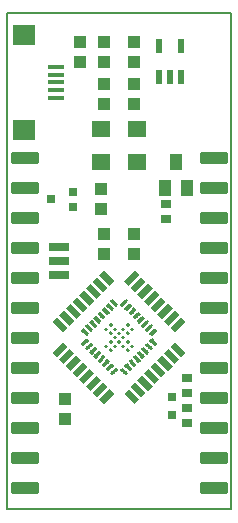
<source format=gtp>
G75*
%MOIN*%
%OFA0B0*%
%FSLAX25Y25*%
%IPPOS*%
%LPD*%
%AMOC8*
5,1,8,0,0,1.08239X$1,22.5*
%
%ADD10C,0.00800*%
%ADD11R,0.03543X0.02756*%
%ADD12R,0.06299X0.05512*%
%ADD13R,0.03937X0.04331*%
%ADD14R,0.06693X0.02756*%
%ADD15R,0.05000X0.02200*%
%ADD16R,0.02200X0.05000*%
%ADD17R,0.02756X0.02756*%
%ADD18R,0.03937X0.05512*%
%ADD19R,0.02165X0.04724*%
%ADD20R,0.03150X0.03150*%
%ADD21R,0.05512X0.01378*%
%ADD22R,0.07480X0.07087*%
%ADD23C,0.00984*%
%ADD24C,0.00591*%
%ADD25R,0.01000X0.01000*%
D10*
X0031348Y0001800D02*
X0106152Y0001800D01*
X0106152Y0167154D01*
X0031348Y0167154D01*
X0031348Y0001800D01*
D11*
X0091250Y0030595D03*
X0091250Y0035713D03*
X0091250Y0040595D03*
X0091250Y0045713D03*
X0084250Y0098595D03*
X0084250Y0103713D03*
D12*
X0074750Y0117643D03*
X0074750Y0128666D03*
X0062750Y0128666D03*
X0062750Y0117643D03*
D13*
X0062750Y0108501D03*
X0062750Y0101808D03*
X0063750Y0093501D03*
X0063750Y0086808D03*
X0073750Y0086808D03*
X0073750Y0093501D03*
X0073750Y0136808D03*
X0073750Y0143501D03*
X0073750Y0150808D03*
X0073750Y0157501D03*
X0063750Y0157501D03*
X0063750Y0150808D03*
X0063750Y0143501D03*
X0063750Y0136808D03*
X0055750Y0150808D03*
X0055750Y0157501D03*
X0050750Y0038501D03*
X0050750Y0031808D03*
D14*
X0048750Y0079930D03*
X0048750Y0084654D03*
X0048750Y0089379D03*
D15*
G36*
X0061130Y0071900D02*
X0057596Y0075434D01*
X0059152Y0076990D01*
X0062686Y0073456D01*
X0061130Y0071900D01*
G37*
G36*
X0058902Y0069673D02*
X0055368Y0073207D01*
X0056924Y0074763D01*
X0060458Y0071229D01*
X0058902Y0069673D01*
G37*
G36*
X0056675Y0067446D02*
X0053141Y0070980D01*
X0054697Y0072536D01*
X0058231Y0069002D01*
X0056675Y0067446D01*
G37*
G36*
X0054448Y0065219D02*
X0050914Y0068753D01*
X0052470Y0070309D01*
X0056004Y0066775D01*
X0054448Y0065219D01*
G37*
G36*
X0052221Y0062992D02*
X0048687Y0066526D01*
X0050243Y0068082D01*
X0053777Y0064548D01*
X0052221Y0062992D01*
G37*
G36*
X0049994Y0060765D02*
X0046460Y0064299D01*
X0048016Y0065855D01*
X0051550Y0062321D01*
X0049994Y0060765D01*
G37*
G36*
X0063357Y0074127D02*
X0059823Y0077661D01*
X0061379Y0079217D01*
X0064913Y0075683D01*
X0063357Y0074127D01*
G37*
G36*
X0065584Y0076354D02*
X0062050Y0079888D01*
X0063606Y0081444D01*
X0067140Y0077910D01*
X0065584Y0076354D01*
G37*
G36*
X0087257Y0050227D02*
X0083723Y0053761D01*
X0085279Y0055317D01*
X0088813Y0051783D01*
X0087257Y0050227D01*
G37*
G36*
X0085030Y0048000D02*
X0081496Y0051534D01*
X0083052Y0053090D01*
X0086586Y0049556D01*
X0085030Y0048000D01*
G37*
G36*
X0082803Y0045773D02*
X0079269Y0049307D01*
X0080825Y0050863D01*
X0084359Y0047329D01*
X0082803Y0045773D01*
G37*
G36*
X0080576Y0043546D02*
X0077042Y0047080D01*
X0078598Y0048636D01*
X0082132Y0045102D01*
X0080576Y0043546D01*
G37*
G36*
X0078348Y0041319D02*
X0074814Y0044853D01*
X0076370Y0046409D01*
X0079904Y0042875D01*
X0078348Y0041319D01*
G37*
G36*
X0076121Y0039091D02*
X0072587Y0042625D01*
X0074143Y0044181D01*
X0077677Y0040647D01*
X0076121Y0039091D01*
G37*
G36*
X0073894Y0036864D02*
X0070360Y0040398D01*
X0071916Y0041954D01*
X0075450Y0038420D01*
X0073894Y0036864D01*
G37*
G36*
X0089484Y0052454D02*
X0085950Y0055988D01*
X0087506Y0057544D01*
X0091040Y0054010D01*
X0089484Y0052454D01*
G37*
D16*
G36*
X0087506Y0060765D02*
X0085950Y0062321D01*
X0089484Y0065855D01*
X0091040Y0064299D01*
X0087506Y0060765D01*
G37*
G36*
X0085279Y0062992D02*
X0083723Y0064548D01*
X0087257Y0068082D01*
X0088813Y0066526D01*
X0085279Y0062992D01*
G37*
G36*
X0083052Y0065219D02*
X0081496Y0066775D01*
X0085030Y0070309D01*
X0086586Y0068753D01*
X0083052Y0065219D01*
G37*
G36*
X0080825Y0067446D02*
X0079269Y0069002D01*
X0082803Y0072536D01*
X0084359Y0070980D01*
X0080825Y0067446D01*
G37*
G36*
X0078598Y0069673D02*
X0077042Y0071229D01*
X0080576Y0074763D01*
X0082132Y0073207D01*
X0078598Y0069673D01*
G37*
G36*
X0076370Y0071900D02*
X0074814Y0073456D01*
X0078348Y0076990D01*
X0079904Y0075434D01*
X0076370Y0071900D01*
G37*
G36*
X0074143Y0074127D02*
X0072587Y0075683D01*
X0076121Y0079217D01*
X0077677Y0077661D01*
X0074143Y0074127D01*
G37*
G36*
X0071916Y0076354D02*
X0070360Y0077910D01*
X0073894Y0081444D01*
X0075450Y0079888D01*
X0071916Y0076354D01*
G37*
G36*
X0050243Y0050227D02*
X0048687Y0051783D01*
X0052221Y0055317D01*
X0053777Y0053761D01*
X0050243Y0050227D01*
G37*
G36*
X0052470Y0048000D02*
X0050914Y0049556D01*
X0054448Y0053090D01*
X0056004Y0051534D01*
X0052470Y0048000D01*
G37*
G36*
X0054697Y0045773D02*
X0053141Y0047329D01*
X0056675Y0050863D01*
X0058231Y0049307D01*
X0054697Y0045773D01*
G37*
G36*
X0056924Y0043546D02*
X0055368Y0045102D01*
X0058902Y0048636D01*
X0060458Y0047080D01*
X0056924Y0043546D01*
G37*
G36*
X0059152Y0041319D02*
X0057596Y0042875D01*
X0061130Y0046409D01*
X0062686Y0044853D01*
X0059152Y0041319D01*
G37*
G36*
X0061379Y0039091D02*
X0059823Y0040647D01*
X0063357Y0044181D01*
X0064913Y0042625D01*
X0061379Y0039091D01*
G37*
G36*
X0063606Y0036864D02*
X0062050Y0038420D01*
X0065584Y0041954D01*
X0067140Y0040398D01*
X0063606Y0036864D01*
G37*
G36*
X0048016Y0052454D02*
X0046460Y0054010D01*
X0049994Y0057544D01*
X0051550Y0055988D01*
X0048016Y0052454D01*
G37*
D17*
X0053392Y0102595D03*
X0053392Y0107713D03*
X0046108Y0105154D03*
D18*
X0084010Y0108824D03*
X0091490Y0108824D03*
X0087750Y0117485D03*
D19*
X0089490Y0146036D03*
X0085750Y0146036D03*
X0082010Y0146036D03*
X0082010Y0156273D03*
X0089490Y0156273D03*
D20*
X0086250Y0039107D03*
X0086250Y0033202D03*
D21*
X0047608Y0139036D03*
X0047608Y0141595D03*
X0047608Y0144154D03*
X0047608Y0146713D03*
X0047608Y0149272D03*
D22*
X0037175Y0159902D03*
X0037175Y0128406D03*
D23*
X0033018Y0120630D02*
X0041482Y0120630D01*
X0041482Y0117678D01*
X0033018Y0117678D01*
X0033018Y0120630D01*
X0033018Y0118661D02*
X0041482Y0118661D01*
X0041482Y0119644D02*
X0033018Y0119644D01*
X0033018Y0120627D02*
X0041482Y0120627D01*
X0041482Y0110630D02*
X0033018Y0110630D01*
X0041482Y0110630D02*
X0041482Y0107678D01*
X0033018Y0107678D01*
X0033018Y0110630D01*
X0033018Y0108661D02*
X0041482Y0108661D01*
X0041482Y0109644D02*
X0033018Y0109644D01*
X0033018Y0110627D02*
X0041482Y0110627D01*
X0041482Y0100630D02*
X0033018Y0100630D01*
X0041482Y0100630D02*
X0041482Y0097678D01*
X0033018Y0097678D01*
X0033018Y0100630D01*
X0033018Y0098661D02*
X0041482Y0098661D01*
X0041482Y0099644D02*
X0033018Y0099644D01*
X0033018Y0100627D02*
X0041482Y0100627D01*
X0041482Y0090630D02*
X0033018Y0090630D01*
X0041482Y0090630D02*
X0041482Y0087678D01*
X0033018Y0087678D01*
X0033018Y0090630D01*
X0033018Y0088661D02*
X0041482Y0088661D01*
X0041482Y0089644D02*
X0033018Y0089644D01*
X0033018Y0090627D02*
X0041482Y0090627D01*
X0041482Y0080630D02*
X0033018Y0080630D01*
X0041482Y0080630D02*
X0041482Y0077678D01*
X0033018Y0077678D01*
X0033018Y0080630D01*
X0033018Y0078661D02*
X0041482Y0078661D01*
X0041482Y0079644D02*
X0033018Y0079644D01*
X0033018Y0080627D02*
X0041482Y0080627D01*
X0041482Y0070630D02*
X0033018Y0070630D01*
X0041482Y0070630D02*
X0041482Y0067678D01*
X0033018Y0067678D01*
X0033018Y0070630D01*
X0033018Y0068661D02*
X0041482Y0068661D01*
X0041482Y0069644D02*
X0033018Y0069644D01*
X0033018Y0070627D02*
X0041482Y0070627D01*
X0041482Y0060630D02*
X0033018Y0060630D01*
X0041482Y0060630D02*
X0041482Y0057678D01*
X0033018Y0057678D01*
X0033018Y0060630D01*
X0033018Y0058661D02*
X0041482Y0058661D01*
X0041482Y0059644D02*
X0033018Y0059644D01*
X0033018Y0060627D02*
X0041482Y0060627D01*
X0041482Y0050630D02*
X0033018Y0050630D01*
X0041482Y0050630D02*
X0041482Y0047678D01*
X0033018Y0047678D01*
X0033018Y0050630D01*
X0033018Y0048661D02*
X0041482Y0048661D01*
X0041482Y0049644D02*
X0033018Y0049644D01*
X0033018Y0050627D02*
X0041482Y0050627D01*
X0041482Y0040630D02*
X0033018Y0040630D01*
X0041482Y0040630D02*
X0041482Y0037678D01*
X0033018Y0037678D01*
X0033018Y0040630D01*
X0033018Y0038661D02*
X0041482Y0038661D01*
X0041482Y0039644D02*
X0033018Y0039644D01*
X0033018Y0040627D02*
X0041482Y0040627D01*
X0041482Y0030630D02*
X0033018Y0030630D01*
X0041482Y0030630D02*
X0041482Y0027678D01*
X0033018Y0027678D01*
X0033018Y0030630D01*
X0033018Y0028661D02*
X0041482Y0028661D01*
X0041482Y0029644D02*
X0033018Y0029644D01*
X0033018Y0030627D02*
X0041482Y0030627D01*
X0041482Y0020630D02*
X0033018Y0020630D01*
X0041482Y0020630D02*
X0041482Y0017678D01*
X0033018Y0017678D01*
X0033018Y0020630D01*
X0033018Y0018661D02*
X0041482Y0018661D01*
X0041482Y0019644D02*
X0033018Y0019644D01*
X0033018Y0020627D02*
X0041482Y0020627D01*
X0041482Y0010630D02*
X0033018Y0010630D01*
X0041482Y0010630D02*
X0041482Y0007678D01*
X0033018Y0007678D01*
X0033018Y0010630D01*
X0033018Y0008661D02*
X0041482Y0008661D01*
X0041482Y0009644D02*
X0033018Y0009644D01*
X0033018Y0010627D02*
X0041482Y0010627D01*
X0096018Y0007678D02*
X0104482Y0007678D01*
X0096018Y0007678D02*
X0096018Y0010630D01*
X0104482Y0010630D01*
X0104482Y0007678D01*
X0104482Y0008661D02*
X0096018Y0008661D01*
X0096018Y0009644D02*
X0104482Y0009644D01*
X0104482Y0010627D02*
X0096018Y0010627D01*
X0096018Y0017678D02*
X0104482Y0017678D01*
X0096018Y0017678D02*
X0096018Y0020630D01*
X0104482Y0020630D01*
X0104482Y0017678D01*
X0104482Y0018661D02*
X0096018Y0018661D01*
X0096018Y0019644D02*
X0104482Y0019644D01*
X0104482Y0020627D02*
X0096018Y0020627D01*
X0096018Y0027678D02*
X0104482Y0027678D01*
X0096018Y0027678D02*
X0096018Y0030630D01*
X0104482Y0030630D01*
X0104482Y0027678D01*
X0104482Y0028661D02*
X0096018Y0028661D01*
X0096018Y0029644D02*
X0104482Y0029644D01*
X0104482Y0030627D02*
X0096018Y0030627D01*
X0096018Y0037678D02*
X0104482Y0037678D01*
X0096018Y0037678D02*
X0096018Y0040630D01*
X0104482Y0040630D01*
X0104482Y0037678D01*
X0104482Y0038661D02*
X0096018Y0038661D01*
X0096018Y0039644D02*
X0104482Y0039644D01*
X0104482Y0040627D02*
X0096018Y0040627D01*
X0096018Y0047678D02*
X0104482Y0047678D01*
X0096018Y0047678D02*
X0096018Y0050630D01*
X0104482Y0050630D01*
X0104482Y0047678D01*
X0104482Y0048661D02*
X0096018Y0048661D01*
X0096018Y0049644D02*
X0104482Y0049644D01*
X0104482Y0050627D02*
X0096018Y0050627D01*
X0096018Y0057678D02*
X0104482Y0057678D01*
X0096018Y0057678D02*
X0096018Y0060630D01*
X0104482Y0060630D01*
X0104482Y0057678D01*
X0104482Y0058661D02*
X0096018Y0058661D01*
X0096018Y0059644D02*
X0104482Y0059644D01*
X0104482Y0060627D02*
X0096018Y0060627D01*
X0096018Y0067678D02*
X0104482Y0067678D01*
X0096018Y0067678D02*
X0096018Y0070630D01*
X0104482Y0070630D01*
X0104482Y0067678D01*
X0104482Y0068661D02*
X0096018Y0068661D01*
X0096018Y0069644D02*
X0104482Y0069644D01*
X0104482Y0070627D02*
X0096018Y0070627D01*
X0096018Y0077678D02*
X0104482Y0077678D01*
X0096018Y0077678D02*
X0096018Y0080630D01*
X0104482Y0080630D01*
X0104482Y0077678D01*
X0104482Y0078661D02*
X0096018Y0078661D01*
X0096018Y0079644D02*
X0104482Y0079644D01*
X0104482Y0080627D02*
X0096018Y0080627D01*
X0096018Y0087678D02*
X0104482Y0087678D01*
X0096018Y0087678D02*
X0096018Y0090630D01*
X0104482Y0090630D01*
X0104482Y0087678D01*
X0104482Y0088661D02*
X0096018Y0088661D01*
X0096018Y0089644D02*
X0104482Y0089644D01*
X0104482Y0090627D02*
X0096018Y0090627D01*
X0096018Y0097678D02*
X0104482Y0097678D01*
X0096018Y0097678D02*
X0096018Y0100630D01*
X0104482Y0100630D01*
X0104482Y0097678D01*
X0104482Y0098661D02*
X0096018Y0098661D01*
X0096018Y0099644D02*
X0104482Y0099644D01*
X0104482Y0100627D02*
X0096018Y0100627D01*
X0096018Y0107678D02*
X0104482Y0107678D01*
X0096018Y0107678D02*
X0096018Y0110630D01*
X0104482Y0110630D01*
X0104482Y0107678D01*
X0104482Y0108661D02*
X0096018Y0108661D01*
X0096018Y0109644D02*
X0104482Y0109644D01*
X0104482Y0110627D02*
X0096018Y0110627D01*
X0096018Y0117678D02*
X0104482Y0117678D01*
X0096018Y0117678D02*
X0096018Y0120630D01*
X0104482Y0120630D01*
X0104482Y0117678D01*
X0104482Y0118661D02*
X0096018Y0118661D01*
X0096018Y0119644D02*
X0104482Y0119644D01*
X0104482Y0120627D02*
X0096018Y0120627D01*
D24*
X0069446Y0070011D02*
X0069863Y0069594D01*
X0069446Y0070011D02*
X0070977Y0071542D01*
X0071394Y0071125D01*
X0069863Y0069594D01*
X0069619Y0070184D02*
X0070453Y0070184D01*
X0070209Y0070774D02*
X0071043Y0070774D01*
X0071155Y0071364D02*
X0070799Y0071364D01*
X0070838Y0068619D02*
X0071255Y0068202D01*
X0070838Y0068619D02*
X0072369Y0070150D01*
X0072786Y0069733D01*
X0071255Y0068202D01*
X0071011Y0068792D02*
X0071845Y0068792D01*
X0071601Y0069382D02*
X0072435Y0069382D01*
X0072547Y0069972D02*
X0072191Y0069972D01*
X0072230Y0067227D02*
X0072647Y0066810D01*
X0072230Y0067227D02*
X0073761Y0068758D01*
X0074178Y0068341D01*
X0072647Y0066810D01*
X0072403Y0067400D02*
X0073237Y0067400D01*
X0072993Y0067990D02*
X0073827Y0067990D01*
X0073939Y0068580D02*
X0073583Y0068580D01*
X0073622Y0065835D02*
X0074039Y0065418D01*
X0073622Y0065835D02*
X0075153Y0067366D01*
X0075570Y0066949D01*
X0074039Y0065418D01*
X0073795Y0066008D02*
X0074629Y0066008D01*
X0074385Y0066598D02*
X0075219Y0066598D01*
X0075331Y0067188D02*
X0074975Y0067188D01*
X0075014Y0064443D02*
X0075431Y0064026D01*
X0075014Y0064443D02*
X0076545Y0065974D01*
X0076962Y0065557D01*
X0075431Y0064026D01*
X0075187Y0064616D02*
X0076021Y0064616D01*
X0075777Y0065206D02*
X0076611Y0065206D01*
X0076723Y0065796D02*
X0076367Y0065796D01*
X0076406Y0063052D02*
X0076823Y0062635D01*
X0076406Y0063052D02*
X0077937Y0064583D01*
X0078354Y0064166D01*
X0076823Y0062635D01*
X0076579Y0063225D02*
X0077413Y0063225D01*
X0077169Y0063815D02*
X0078003Y0063815D01*
X0078115Y0064405D02*
X0077759Y0064405D01*
X0077798Y0061660D02*
X0078215Y0061243D01*
X0077798Y0061660D02*
X0079329Y0063191D01*
X0079746Y0062774D01*
X0078215Y0061243D01*
X0077971Y0061833D02*
X0078805Y0061833D01*
X0078561Y0062423D02*
X0079395Y0062423D01*
X0079507Y0063013D02*
X0079151Y0063013D01*
X0079190Y0060268D02*
X0079607Y0059851D01*
X0079190Y0060268D02*
X0080721Y0061799D01*
X0081138Y0061382D01*
X0079607Y0059851D01*
X0079363Y0060441D02*
X0080197Y0060441D01*
X0079953Y0061031D02*
X0080787Y0061031D01*
X0080899Y0061621D02*
X0080543Y0061621D01*
X0079190Y0058041D02*
X0080721Y0056510D01*
X0079190Y0058041D02*
X0079607Y0058458D01*
X0081138Y0056927D01*
X0080721Y0056510D01*
X0080965Y0057100D02*
X0080131Y0057100D01*
X0080375Y0057690D02*
X0079541Y0057690D01*
X0079429Y0058280D02*
X0079785Y0058280D01*
X0077798Y0056649D02*
X0079329Y0055118D01*
X0077798Y0056649D02*
X0078215Y0057066D01*
X0079746Y0055535D01*
X0079329Y0055118D01*
X0079573Y0055708D02*
X0078739Y0055708D01*
X0078983Y0056298D02*
X0078149Y0056298D01*
X0078037Y0056888D02*
X0078393Y0056888D01*
X0076406Y0055257D02*
X0077937Y0053726D01*
X0076406Y0055257D02*
X0076823Y0055674D01*
X0078354Y0054143D01*
X0077937Y0053726D01*
X0078181Y0054316D02*
X0077347Y0054316D01*
X0077591Y0054906D02*
X0076757Y0054906D01*
X0076645Y0055496D02*
X0077001Y0055496D01*
X0075014Y0053865D02*
X0076545Y0052334D01*
X0075014Y0053865D02*
X0075431Y0054282D01*
X0076962Y0052751D01*
X0076545Y0052334D01*
X0076789Y0052924D02*
X0075955Y0052924D01*
X0076199Y0053514D02*
X0075365Y0053514D01*
X0075253Y0054104D02*
X0075609Y0054104D01*
X0073622Y0052473D02*
X0075153Y0050942D01*
X0073622Y0052473D02*
X0074039Y0052890D01*
X0075570Y0051359D01*
X0075153Y0050942D01*
X0075397Y0051532D02*
X0074563Y0051532D01*
X0074807Y0052122D02*
X0073973Y0052122D01*
X0073861Y0052712D02*
X0074217Y0052712D01*
X0072230Y0051081D02*
X0073761Y0049550D01*
X0072230Y0051081D02*
X0072647Y0051498D01*
X0074178Y0049967D01*
X0073761Y0049550D01*
X0074005Y0050140D02*
X0073171Y0050140D01*
X0073415Y0050730D02*
X0072581Y0050730D01*
X0072469Y0051320D02*
X0072825Y0051320D01*
X0070838Y0049689D02*
X0072369Y0048158D01*
X0070838Y0049689D02*
X0071255Y0050106D01*
X0072786Y0048575D01*
X0072369Y0048158D01*
X0072613Y0048748D02*
X0071779Y0048748D01*
X0072023Y0049338D02*
X0071189Y0049338D01*
X0071077Y0049928D02*
X0071433Y0049928D01*
X0069446Y0048297D02*
X0070977Y0046766D01*
X0069446Y0048297D02*
X0069863Y0048714D01*
X0071394Y0047183D01*
X0070977Y0046766D01*
X0071221Y0047356D02*
X0070387Y0047356D01*
X0070631Y0047946D02*
X0069797Y0047946D01*
X0069685Y0048536D02*
X0070041Y0048536D01*
X0066523Y0046766D02*
X0066106Y0047183D01*
X0067637Y0048714D01*
X0068054Y0048297D01*
X0066523Y0046766D01*
X0066279Y0047356D02*
X0067113Y0047356D01*
X0066869Y0047946D02*
X0067703Y0047946D01*
X0067815Y0048536D02*
X0067459Y0048536D01*
X0065131Y0048158D02*
X0064714Y0048575D01*
X0066245Y0050106D01*
X0066662Y0049689D01*
X0065131Y0048158D01*
X0064887Y0048748D02*
X0065721Y0048748D01*
X0065477Y0049338D02*
X0066311Y0049338D01*
X0066423Y0049928D02*
X0066067Y0049928D01*
X0063739Y0049550D02*
X0063322Y0049967D01*
X0064853Y0051498D01*
X0065270Y0051081D01*
X0063739Y0049550D01*
X0063495Y0050140D02*
X0064329Y0050140D01*
X0064085Y0050730D02*
X0064919Y0050730D01*
X0065031Y0051320D02*
X0064675Y0051320D01*
X0062347Y0050942D02*
X0061930Y0051359D01*
X0063461Y0052890D01*
X0063878Y0052473D01*
X0062347Y0050942D01*
X0062103Y0051532D02*
X0062937Y0051532D01*
X0062693Y0052122D02*
X0063527Y0052122D01*
X0063639Y0052712D02*
X0063283Y0052712D01*
X0060955Y0052334D02*
X0060538Y0052751D01*
X0062069Y0054282D01*
X0062486Y0053865D01*
X0060955Y0052334D01*
X0060711Y0052924D02*
X0061545Y0052924D01*
X0061301Y0053514D02*
X0062135Y0053514D01*
X0062247Y0054104D02*
X0061891Y0054104D01*
X0059563Y0053726D02*
X0059146Y0054143D01*
X0060677Y0055674D01*
X0061094Y0055257D01*
X0059563Y0053726D01*
X0059319Y0054316D02*
X0060153Y0054316D01*
X0059909Y0054906D02*
X0060743Y0054906D01*
X0060855Y0055496D02*
X0060499Y0055496D01*
X0058171Y0055118D02*
X0057754Y0055535D01*
X0059285Y0057066D01*
X0059702Y0056649D01*
X0058171Y0055118D01*
X0057927Y0055708D02*
X0058761Y0055708D01*
X0058517Y0056298D02*
X0059351Y0056298D01*
X0059463Y0056888D02*
X0059107Y0056888D01*
X0056779Y0056510D02*
X0056362Y0056927D01*
X0057893Y0058458D01*
X0058310Y0058041D01*
X0056779Y0056510D01*
X0056535Y0057100D02*
X0057369Y0057100D01*
X0057125Y0057690D02*
X0057959Y0057690D01*
X0058071Y0058280D02*
X0057715Y0058280D01*
X0057893Y0059851D02*
X0056362Y0061382D01*
X0056779Y0061799D01*
X0058310Y0060268D01*
X0057893Y0059851D01*
X0058137Y0060441D02*
X0057303Y0060441D01*
X0057547Y0061031D02*
X0056713Y0061031D01*
X0056601Y0061621D02*
X0056957Y0061621D01*
X0057754Y0062774D02*
X0059285Y0061243D01*
X0057754Y0062774D02*
X0058171Y0063191D01*
X0059702Y0061660D01*
X0059285Y0061243D01*
X0059529Y0061833D02*
X0058695Y0061833D01*
X0058939Y0062423D02*
X0058105Y0062423D01*
X0057993Y0063013D02*
X0058349Y0063013D01*
X0059146Y0064166D02*
X0060677Y0062635D01*
X0059146Y0064166D02*
X0059563Y0064583D01*
X0061094Y0063052D01*
X0060677Y0062635D01*
X0060921Y0063225D02*
X0060087Y0063225D01*
X0060331Y0063815D02*
X0059497Y0063815D01*
X0059385Y0064405D02*
X0059741Y0064405D01*
X0060538Y0065557D02*
X0062069Y0064026D01*
X0060538Y0065557D02*
X0060955Y0065974D01*
X0062486Y0064443D01*
X0062069Y0064026D01*
X0062313Y0064616D02*
X0061479Y0064616D01*
X0061723Y0065206D02*
X0060889Y0065206D01*
X0060777Y0065796D02*
X0061133Y0065796D01*
X0061930Y0066949D02*
X0063461Y0065418D01*
X0061930Y0066949D02*
X0062347Y0067366D01*
X0063878Y0065835D01*
X0063461Y0065418D01*
X0063705Y0066008D02*
X0062871Y0066008D01*
X0063115Y0066598D02*
X0062281Y0066598D01*
X0062169Y0067188D02*
X0062525Y0067188D01*
X0063322Y0068341D02*
X0064853Y0066810D01*
X0063322Y0068341D02*
X0063739Y0068758D01*
X0065270Y0067227D01*
X0064853Y0066810D01*
X0065097Y0067400D02*
X0064263Y0067400D01*
X0064507Y0067990D02*
X0063673Y0067990D01*
X0063561Y0068580D02*
X0063917Y0068580D01*
X0064714Y0069733D02*
X0066245Y0068202D01*
X0064714Y0069733D02*
X0065131Y0070150D01*
X0066662Y0068619D01*
X0066245Y0068202D01*
X0066489Y0068792D02*
X0065655Y0068792D01*
X0065899Y0069382D02*
X0065065Y0069382D01*
X0064953Y0069972D02*
X0065309Y0069972D01*
X0066106Y0071125D02*
X0067637Y0069594D01*
X0066106Y0071125D02*
X0066523Y0071542D01*
X0068054Y0070011D01*
X0067637Y0069594D01*
X0067881Y0070184D02*
X0067047Y0070184D01*
X0067291Y0070774D02*
X0066457Y0070774D01*
X0066345Y0071364D02*
X0066701Y0071364D01*
D25*
G36*
X0065922Y0062690D02*
X0065215Y0063397D01*
X0065922Y0064104D01*
X0066629Y0063397D01*
X0065922Y0062690D01*
G37*
G36*
X0067336Y0061276D02*
X0066629Y0061983D01*
X0067336Y0062690D01*
X0068043Y0061983D01*
X0067336Y0061276D01*
G37*
G36*
X0065922Y0059862D02*
X0065215Y0060569D01*
X0065922Y0061276D01*
X0066629Y0060569D01*
X0065922Y0059862D01*
G37*
G36*
X0067336Y0058447D02*
X0066629Y0059154D01*
X0067336Y0059861D01*
X0068043Y0059154D01*
X0067336Y0058447D01*
G37*
G36*
X0065922Y0057033D02*
X0065215Y0057740D01*
X0065922Y0058447D01*
X0066629Y0057740D01*
X0065922Y0057033D01*
G37*
G36*
X0067336Y0055619D02*
X0066629Y0056326D01*
X0067336Y0057033D01*
X0068043Y0056326D01*
X0067336Y0055619D01*
G37*
G36*
X0065922Y0054205D02*
X0065215Y0054912D01*
X0065922Y0055619D01*
X0066629Y0054912D01*
X0065922Y0054205D01*
G37*
G36*
X0064507Y0055619D02*
X0063800Y0056326D01*
X0064507Y0057033D01*
X0065214Y0056326D01*
X0064507Y0055619D01*
G37*
G36*
X0068750Y0057033D02*
X0068043Y0057740D01*
X0068750Y0058447D01*
X0069457Y0057740D01*
X0068750Y0057033D01*
G37*
G36*
X0070164Y0055619D02*
X0069457Y0056326D01*
X0070164Y0057033D01*
X0070871Y0056326D01*
X0070164Y0055619D01*
G37*
G36*
X0071578Y0054205D02*
X0070871Y0054912D01*
X0071578Y0055619D01*
X0072285Y0054912D01*
X0071578Y0054205D01*
G37*
G36*
X0072993Y0055619D02*
X0072286Y0056326D01*
X0072993Y0057033D01*
X0073700Y0056326D01*
X0072993Y0055619D01*
G37*
G36*
X0071578Y0057033D02*
X0070871Y0057740D01*
X0071578Y0058447D01*
X0072285Y0057740D01*
X0071578Y0057033D01*
G37*
G36*
X0070164Y0058447D02*
X0069457Y0059154D01*
X0070164Y0059861D01*
X0070871Y0059154D01*
X0070164Y0058447D01*
G37*
G36*
X0068750Y0059862D02*
X0068043Y0060569D01*
X0068750Y0061276D01*
X0069457Y0060569D01*
X0068750Y0059862D01*
G37*
G36*
X0070164Y0061276D02*
X0069457Y0061983D01*
X0070164Y0062690D01*
X0070871Y0061983D01*
X0070164Y0061276D01*
G37*
G36*
X0071578Y0059862D02*
X0070871Y0060569D01*
X0071578Y0061276D01*
X0072285Y0060569D01*
X0071578Y0059862D01*
G37*
G36*
X0072993Y0061276D02*
X0072286Y0061983D01*
X0072993Y0062690D01*
X0073700Y0061983D01*
X0072993Y0061276D01*
G37*
G36*
X0071578Y0062690D02*
X0070871Y0063397D01*
X0071578Y0064104D01*
X0072285Y0063397D01*
X0071578Y0062690D01*
G37*
G36*
X0064507Y0061276D02*
X0063800Y0061983D01*
X0064507Y0062690D01*
X0065214Y0061983D01*
X0064507Y0061276D01*
G37*
M02*

</source>
